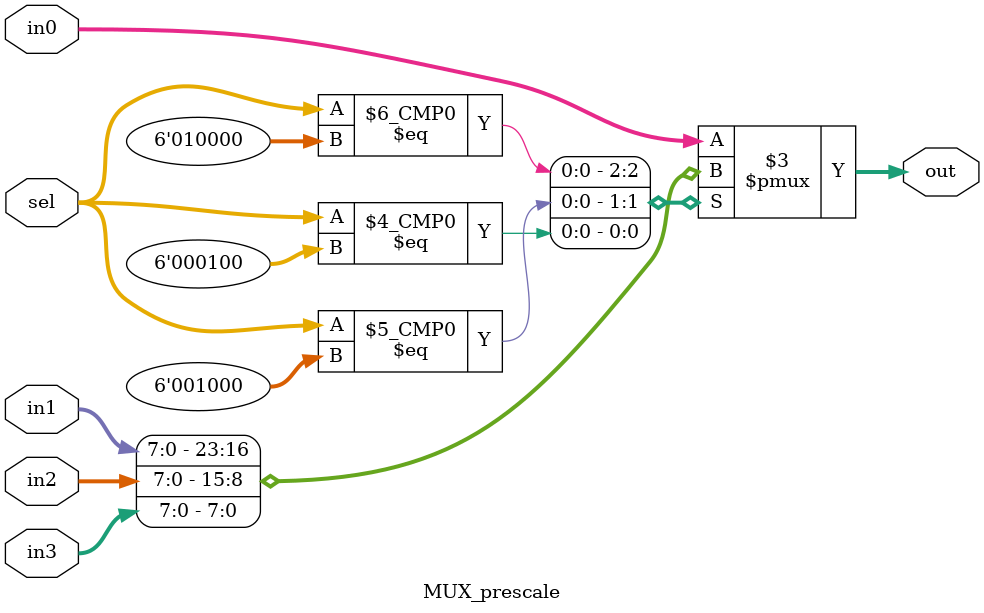
<source format=v>
module MUX_prescale #(parameter div_ratio_width = 8)(
    input wire [5:0] sel,
    input wire [div_ratio_width-1:0] in0,
    input wire [div_ratio_width-1:0] in1,
    input wire [div_ratio_width-1:0] in2,
    input wire [div_ratio_width-1:0] in3,
    output reg [div_ratio_width-1:0] out
   
);
    
    always @(*) begin
        case (sel)
            6'd32: out = in0;
            6'd16: out = in1;
            6'd8:  out = in2;
            6'd4:  out = in3;
            default: out = in0;
        endcase
    end
    
endmodule
</source>
